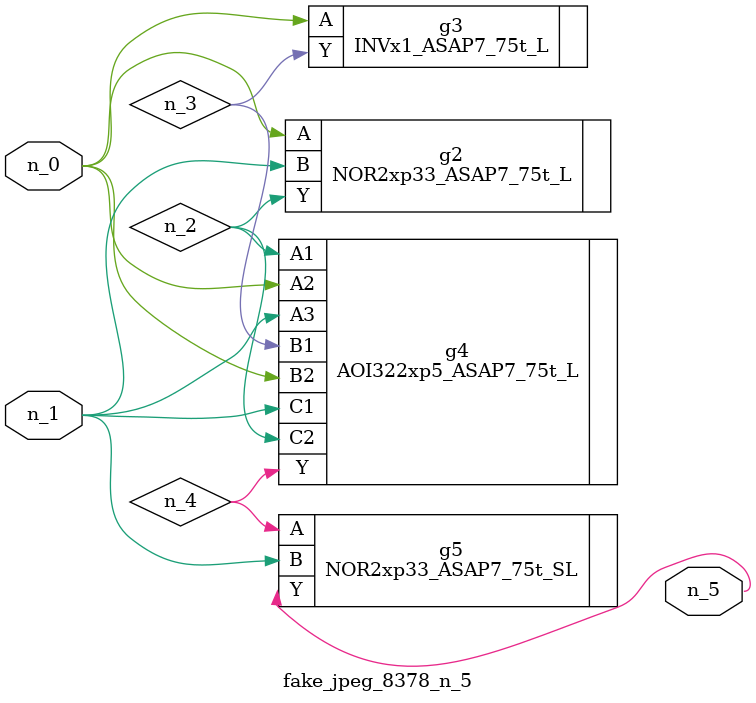
<source format=v>
module fake_jpeg_8378_n_5 (n_0, n_1, n_5);

input n_0;
input n_1;

output n_5;

wire n_3;
wire n_2;
wire n_4;

NOR2xp33_ASAP7_75t_L g2 ( 
.A(n_0),
.B(n_1),
.Y(n_2)
);

INVx1_ASAP7_75t_L g3 ( 
.A(n_0),
.Y(n_3)
);

AOI322xp5_ASAP7_75t_L g4 ( 
.A1(n_2),
.A2(n_0),
.A3(n_1),
.B1(n_3),
.B2(n_0),
.C1(n_1),
.C2(n_2),
.Y(n_4)
);

NOR2xp33_ASAP7_75t_SL g5 ( 
.A(n_4),
.B(n_1),
.Y(n_5)
);


endmodule
</source>
